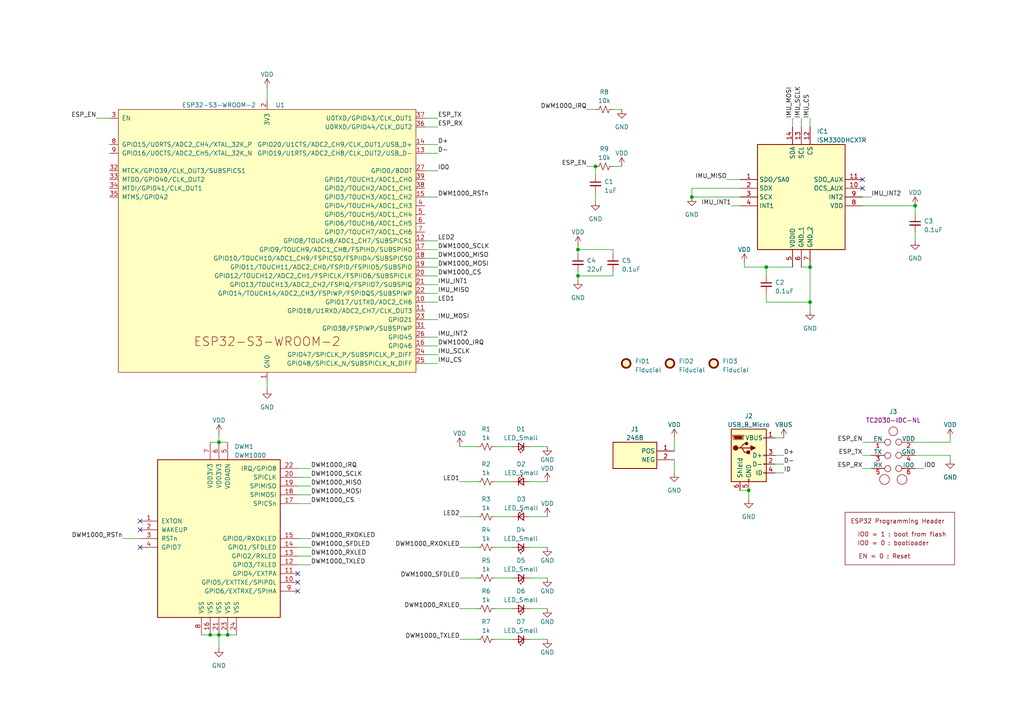
<source format=kicad_sch>
(kicad_sch (version 20230121) (generator eeschema)
  (paper "A4")
  (lib_symbols
    (symbol "Connector:USB_B_Micro" (pin_names (offset 1.016))
      (property "Reference" "J" (at -5.08 11.43 0))
      (property "Value" "USB_B_Micro" (at -5.08 8.89 0))
      (symbol "USB_B_Micro_0_1"
        (rectangle (start -5.08 -7.62) (end 5.08 7.62) (stroke (width 0.254)) (fill (type background)))
        (circle (center -3.81 2.159) (radius 0.635) (stroke (width 0.254)) (fill (type outline)))
        (circle (center -0.635 3.429) (radius 0.381) (stroke (width 0.254)) (fill (type outline)))
        (rectangle (start -0.127 -7.62) (end 0.127 -6.858))
        (polyline (pts (xy -1.905 2.159) (xy 0.635 2.159)) (stroke (width 0.254)))
        (polyline (pts (xy -3.175 2.159) (xy -2.54 2.159) (xy -1.27 3.429) (xy -0.635 3.429)) (stroke (width 0.254)))
        (polyline (pts (xy -2.54 2.159) (xy -1.905 2.159) (xy -1.27 0.889) (xy 0 0.889)) (stroke (width 0.254)))
        (polyline (pts (xy 0.635 2.794) (xy 0.635 1.524) (xy 1.905 2.159) (xy 0.635 2.794)) (stroke (width 0.254)) (fill (type outline)))
        (polyline (pts (xy -4.318 5.588) (xy -1.778 5.588) (xy -2.032 4.826) (xy -4.064 4.826) (xy -4.318 5.588)) (fill (type outline)))
        (polyline (pts (xy -4.699 5.842) (xy -4.699 5.588) (xy -4.445 4.826) (xy -4.445 4.572) (xy -1.651 4.572) (xy -1.651 4.826) (xy -1.397 5.588) (xy -1.397 5.842) (xy -4.699 5.842)))
        (rectangle (start 0.254 1.27) (end -0.508 0.508) (stroke (width 0.254)) (fill (type outline)))
        (rectangle (start 5.08 -5.207) (end 4.318 -4.953))
        (rectangle (start 5.08 -2.667) (end 4.318 -2.413))
        (rectangle (start 5.08 -0.127) (end 4.318 0.127))
        (rectangle (start 5.08 4.953) (end 4.318 5.207))
      )
      (symbol "USB_B_Micro_1_1"
        (pin power_out line (at 7.62 5.08 180) (length 2.54) (name "VBUS") (number "1"))
        (pin bidirectional line (at 7.62 -2.54 180) (length 2.54) (name "D-") (number "2"))
        (pin bidirectional line (at 7.62 0 180) (length 2.54) (name "D+") (number "3"))
        (pin passive line (at 7.62 -5.08 180) (length 2.54) (name "ID") (number "4"))
        (pin power_out line (at 0 -10.16 90) (length 2.54) (name "GND") (number "5"))
        (pin passive line (at -2.54 -10.16 90) (length 2.54) (name "Shield") (number "6"))
      )
    )
    (symbol "Device:C_Small" (pin_numbers hide) (pin_names (offset 0.254) hide)
      (property "Reference" "C" (at 0.254 1.778 0))
      (property "Value" "C_Small" (at 0.254 -2.032 0))
      (symbol "C_Small_0_1"
        (polyline (pts (xy -1.524 -0.508) (xy 1.524 -0.508)) (stroke (width 0.3302)))
        (polyline (pts (xy -1.524 0.508) (xy 1.524 0.508)) (stroke (width 0.3048)))
      )
      (symbol "C_Small_1_1"
        (pin passive line (at 0 2.54 270) (length 2.032) (name "~") (number "1"))
        (pin passive line (at 0 -2.54 90) (length 2.032) (name "~") (number "2"))
      )
    )
    (symbol "Device:LED_Small" (pin_numbers hide) (pin_names (offset 0.254) hide)
      (property "Reference" "D" (at -1.27 3.175 0))
      (property "Value" "LED_Small" (at -4.445 -2.54 0))
      (symbol "LED_Small_0_1"
        (polyline (pts (xy -0.762 -1.016) (xy -0.762 1.016)) (stroke (width 0.254)))
        (polyline (pts (xy 1.016 0) (xy -0.762 0)))
        (polyline (pts (xy 0.762 -1.016) (xy -0.762 0) (xy 0.762 1.016) (xy 0.762 -1.016)) (stroke (width 0.254)))
        (polyline (pts (xy 0 0.762) (xy -0.508 1.27) (xy -0.254 1.27) (xy -0.508 1.27) (xy -0.508 1.016)))
        (polyline (pts (xy 0.508 1.27) (xy 0 1.778) (xy 0.254 1.778) (xy 0 1.778) (xy 0 1.524)))
      )
      (symbol "LED_Small_1_1"
        (pin passive line (at -2.54 0 0) (length 1.778) (name "K") (number "1"))
        (pin passive line (at 2.54 0 180) (length 1.778) (name "A") (number "2"))
      )
    )
    (symbol "Device:R_Small_US" (pin_numbers hide) (pin_names (offset 0.254) hide)
      (property "Reference" "R" (at 0.762 0.508 0))
      (property "Value" "R_Small_US" (at 0.762 -1.016 0))
      (symbol "R_Small_US_1_1"
        (polyline (pts (xy 0 0) (xy 1.016 -0.381) (xy 0 -0.762) (xy -1.016 -1.143) (xy 0 -1.524)))
        (polyline (pts (xy 0 1.524) (xy 1.016 1.143) (xy 0 0.762) (xy -1.016 0.381) (xy 0 0)))
        (pin passive line (at 0 2.54 270) (length 1.016) (name "~") (number "1"))
        (pin passive line (at 0 -2.54 90) (length 1.016) (name "~") (number "2"))
      )
    )
    (symbol "Espressif:ESP32-S3-WROOM-2" (pin_names (offset 1.016))
      (property "Reference" "U1" (at 3.81 39.37 0))
      (property "Value" "ESP32-S3-WROOM-2" (at -13.97 39.37 0))
      (symbol "ESP32-S3-WROOM-2_0_0"
        (text "ESP32-S3-WROOM-2" (at 0 -29.21 0) (effects (font (size 2.54 2.54))))
        (pin power_in line (at 0 -40.64 90) (length 2.54) (name "GND") (number "1"))
        (pin bidirectional line (at 45.72 -17.78 180) (length 2.54) (name "GPIO17/U1TXD/ADC2_CH6") (number "10"))
        (pin bidirectional line (at 45.72 -20.32 180) (length 2.54) (name "GPIO18/U1RXD/ADC2_CH7/CLK_OUT3") (number "11"))
        (pin bidirectional line (at 45.72 0 180) (length 2.54) (name "GPIO8/TOUCH8/ADC1_CH7/SUBSPICS1") (number "12"))
        (pin bidirectional line (at 45.72 25.4 180) (length 2.54) (name "GPIO19/U1RTS/ADC2_CH8/CLK_OUT2/USB_D-") (number "13"))
        (pin bidirectional line (at 45.72 27.94 180) (length 2.54) (name "GPIO20/U1CTS/ADC2_CH9/CLK_OUT1/USB_D+") (number "14"))
        (pin bidirectional line (at 45.72 12.7 180) (length 2.54) (name "GPIO3/TOUCH3/ADC1_CH2") (number "15"))
        (pin bidirectional line (at 45.72 -30.48 180) (length 2.54) (name "GPIO46") (number "16"))
        (pin bidirectional line (at 45.72 -2.54 180) (length 2.54) (name "GPIO9/TOUCH9/ADC1_CH8/FSPIHD/SUBSPIHD") (number "17"))
        (pin bidirectional line (at 45.72 -5.08 180) (length 2.54) (name "GPIO10/TOUCH10/ADC1_CH9/FSPICS0/FSPIIO4/SUBSPICS0") (number "18"))
        (pin bidirectional line (at 45.72 -7.62 180) (length 2.54) (name "GPIO11/TOUCH11/ADC2_CH0/FSPID/FSPIIO5/SUBSPID") (number "19"))
        (pin power_in line (at 0 40.64 270) (length 2.54) (name "3V3") (number "2"))
        (pin bidirectional line (at 45.72 -10.16 180) (length 2.54) (name "GPIO12/TOUCH12/ADC2_CH1/FSPICLK/FSPIIO6/SUBSPICLK") (number "20"))
        (pin bidirectional line (at 45.72 -12.7 180) (length 2.54) (name "GPIO13/TOUCH13/ADC2_CH2/FSPIQ/FSPIIO7/SUBSPIQ") (number "21"))
        (pin bidirectional line (at 45.72 -15.24 180) (length 2.54) (name "GPIO14/TOUCH14/ADC2_CH3/FSPIWP/FSPIDQS/SUBSPIWP") (number "22"))
        (pin bidirectional line (at 45.72 -22.86 180) (length 2.54) (name "GPIO21") (number "23"))
        (pin bidirectional line (at 45.72 -33.02 180) (length 2.54) (name "GPIO47/SPICLK_P/SUBSPICLK_P_DIFF") (number "24"))
        (pin bidirectional line (at 45.72 -35.56 180) (length 2.54) (name "GPIO48/SPICLK_N/SUBSPICLK_N_DIFF") (number "25"))
        (pin bidirectional line (at 45.72 -27.94 180) (length 2.54) (name "GPIO45") (number "26"))
        (pin bidirectional line (at 45.72 20.32 180) (length 2.54) (name "GPIO0/BOOT") (number "27"))
        (pin no_connect line (at -43.18 -35.56 0) (length 2.54) hide (name "NC") (number "28"))
        (pin no_connect line (at -43.18 -33.02 0) (length 2.54) hide (name "NC") (number "29"))
        (pin input line (at -45.72 35.56 0) (length 2.54) (name "EN") (number "3"))
        (pin no_connect line (at -43.18 -30.48 0) (length 2.54) hide (name "NC") (number "30"))
        (pin bidirectional line (at 45.72 -25.4 180) (length 2.54) (name "GPIO38/FSPIWP/SUBSPIWP") (number "31"))
        (pin bidirectional line (at -45.72 20.32 0) (length 2.54) (name "MTCK/GPIO39/CLK_OUT3/SUBSPICS1") (number "32"))
        (pin bidirectional line (at -45.72 17.78 0) (length 2.54) (name "MTDO/GPIO40/CLK_OUT2") (number "33"))
        (pin bidirectional line (at -45.72 15.24 0) (length 2.54) (name "MTDI/GPIO41/CLK_OUT1") (number "34"))
        (pin bidirectional line (at -45.72 12.7 0) (length 2.54) (name "MTMS/GPIO42") (number "35"))
        (pin bidirectional line (at 45.72 33.02 180) (length 2.54) (name "U0RXD/GPIO44/CLK_OUT2") (number "36"))
        (pin bidirectional line (at 45.72 35.56 180) (length 2.54) (name "U0TXD/GPIO43/CLK_OUT1") (number "37"))
        (pin bidirectional line (at 45.72 15.24 180) (length 2.54) (name "GPIO2/TOUCH2/ADC1_CH1") (number "38"))
        (pin bidirectional line (at 45.72 17.78 180) (length 2.54) (name "GPIO1/TOUCH1/ADC1_CH0") (number "39"))
        (pin bidirectional line (at 45.72 10.16 180) (length 2.54) (name "GPIO4/TOUCH4/ADC1_CH3") (number "4"))
        (pin passive line (at 0 -40.64 90) (length 2.54) hide (name "GND") (number "40"))
        (pin passive line (at 0 -40.64 90) (length 2.54) hide (name "GND") (number "41"))
        (pin bidirectional line (at 45.72 7.62 180) (length 2.54) (name "GPIO5/TOUCH5/ADC1_CH4") (number "5"))
        (pin bidirectional line (at 45.72 5.08 180) (length 2.54) (name "GPIO6/TOUCH6/ADC1_CH5") (number "6"))
        (pin bidirectional line (at 45.72 2.54 180) (length 2.54) (name "GPIO7/TOUCH7/ADC1_CH6") (number "7"))
        (pin bidirectional line (at -45.72 27.94 0) (length 2.54) (name "GPIO15/U0RTS/ADC2_CH4/XTAL_32K_P") (number "8"))
        (pin bidirectional line (at -45.72 25.4 0) (length 2.54) (name "GPIO16/U0CTS/ADC2_CH5/XTAL_32K_N") (number "9"))
      )
      (symbol "ESP32-S3-WROOM-2_0_1"
        (rectangle (start -43.18 38.1) (end 43.18 -38.1) (fill (type background)))
      )
    )
    (symbol "ISM330DHCXTR:ISM330DHCXTR"
      (property "Reference" "IC" (at 31.75 15.24 0))
      (property "Value" "ISM330DHCXTR" (at 31.75 12.7 0))
      (symbol "ISM330DHCXTR_1_1"
        (rectangle (start 5.08 10.16) (end 30.48 -20.32) (stroke (width 0.254)) (fill (type background)))
        (pin passive line (at 0 0 0) (length 5.08) (name "SDO/SA0") (number "1"))
        (pin passive line (at 35.56 -2.54 180) (length 5.08) (name "OCS_AUX") (number "10"))
        (pin passive line (at 35.56 0 180) (length 5.08) (name "SDO_AUX") (number "11"))
        (pin passive line (at 20.32 15.24 270) (length 5.08) (name "CS") (number "12"))
        (pin passive line (at 17.78 15.24 270) (length 5.08) (name "SCL") (number "13"))
        (pin passive line (at 15.24 15.24 270) (length 5.08) (name "SDA") (number "14"))
        (pin passive line (at 0 -2.54 0) (length 5.08) (name "SDX") (number "2"))
        (pin passive line (at 0 -5.08 0) (length 5.08) (name "SCX") (number "3"))
        (pin passive line (at 0 -7.62 0) (length 5.08) (name "INT1") (number "4"))
        (pin passive line (at 15.24 -25.4 90) (length 5.08) (name "VDDIO") (number "5"))
        (pin passive line (at 17.78 -25.4 90) (length 5.08) (name "GND_1") (number "6"))
        (pin passive line (at 20.32 -25.4 90) (length 5.08) (name "GND_2") (number "7"))
        (pin passive line (at 35.56 -7.62 180) (length 5.08) (name "VDD") (number "8"))
        (pin passive line (at 35.56 -5.08 180) (length 5.08) (name "INT2") (number "9"))
      )
    )
    (symbol "Keystone 2468:2468"
      (property "Reference" "J" (at 19.05 7.62 0))
      (property "Value" "2468" (at 19.05 5.08 0))
      (symbol "2468_1_1"
        (rectangle (start 5.08 2.54) (end 17.78 -5.08) (stroke (width 0.254)) (fill (type background)))
        (pin passive line (at 0 -2.54 0) (length 5.08) (name "POS") (number "1"))
        (pin passive line (at 0 0 0) (length 5.08) (name "NEG") (number "2"))
      )
    )
    (symbol "Mechanical:Fiducial"
      (property "Reference" "FID" (at 0 5.08 0))
      (property "Value" "Fiducial" (at 0 3.175 0))
      (symbol "Fiducial_0_1"
        (circle (center 0 0) (radius 1.27) (stroke (width 0.508)) (fill (type background)))
      )
    )
    (symbol "RF_Module:DWM1000" (pin_names (offset 1.016))
      (property "Reference" "DWM" (at 7.62 25.4 0))
      (property "Value" "DWM1000" (at 1.27 3.81 0))
      (symbol "DWM1000_0_1"
        (rectangle (start 17.78 22.86) (end -17.78 -22.86) (stroke (width 0.254)) (fill (type background)))
      )
      (symbol "DWM1000_1_1"
        (pin output line (at -22.86 5.08 0) (length 5.08) (name "EXTON") (number "1"))
        (pin bidirectional line (at 22.86 -12.7 180) (length 5.08) (name "GPIO5/EXTTXE/SPIPOL") (number "10"))
        (pin bidirectional line (at 22.86 -10.16 180) (length 5.08) (name "GPIO4/EXTPA") (number "11"))
        (pin bidirectional line (at 22.86 -7.62 180) (length 5.08) (name "GPIO3/TXLED") (number "12"))
        (pin bidirectional line (at 22.86 -5.08 180) (length 5.08) (name "GPIO2/RXLED") (number "13"))
        (pin bidirectional line (at 22.86 -2.54 180) (length 5.08) (name "GPIO1/SFDLED") (number "14"))
        (pin bidirectional line (at 22.86 0 180) (length 5.08) (name "GPIO0/RXOKLED") (number "15"))
        (pin power_in line (at -2.54 -27.94 90) (length 5.08) (name "VSS") (number "16"))
        (pin input line (at 22.86 10.16 180) (length 5.08) (name "SPICSn") (number "17"))
        (pin input line (at 22.86 12.7 180) (length 5.08) (name "SPIMOSI") (number "18"))
        (pin output line (at 22.86 15.24 180) (length 5.08) (name "SPIMISO") (number "19"))
        (pin bidirectional line (at -22.86 2.54 0) (length 5.08) (name "WAKEUP") (number "2"))
        (pin input line (at 22.86 17.78 180) (length 5.08) (name "SPICLK") (number "20"))
        (pin power_in line (at 0 -27.94 90) (length 5.08) (name "VSS") (number "21"))
        (pin bidirectional line (at 22.86 20.32 180) (length 5.08) (name "IRQ/GPIO8") (number "22"))
        (pin power_in line (at 2.54 -27.94 90) (length 5.08) (name "VSS") (number "23"))
        (pin power_in line (at 5.08 -27.94 90) (length 5.08) (name "VSS") (number "24"))
        (pin bidirectional line (at -22.86 0 0) (length 5.08) (name "RSTn") (number "3"))
        (pin bidirectional line (at -22.86 -2.54 0) (length 5.08) (name "GPIO7") (number "4"))
        (pin power_in line (at 2.54 27.94 270) (length 5.08) (name "VDDAON") (number "5"))
        (pin power_in line (at 0 27.94 270) (length 5.08) (name "VDD3V3") (number "6"))
        (pin power_in line (at -2.54 27.94 270) (length 5.08) (name "VDD3V3") (number "7"))
        (pin power_in line (at -5.08 -27.94 90) (length 5.08) (name "VSS") (number "8"))
        (pin bidirectional line (at 22.86 -15.24 180) (length 5.08) (name "GPIO6/EXTRXE/SPIHA") (number "9"))
      )
    )
    (symbol "forget-me-not:TC2030-IDC-NL_ESP" (pin_names (offset 0))
      (property "Reference" "J" (at 0 -10.16 0))
      (property "Connector" "TC2030-IDC-NL" (at 0 -12.7 0))
      (symbol "TC2030-IDC-NL_ESP_0_0"
        (rectangle (start -13.97 -16.51) (end 17.78 -31.75))
        (text "EN = 0 : Reset" (at -2.54 -29.21 0) (effects (font (size 1.27 1.27))))
        (text "ESP32 Programming Header" (at 1.27 -19.05 0) (effects (font (size 1.27 1.27))))
        (text "IO0 = 0 : bootloader" (at 0 -25.4 0) (effects (font (size 1.27 1.27))))
        (text "IO0 = 1 : boot from flash" (at 2.54 -22.86 0) (effects (font (size 1.27 1.27))))
      )
      (symbol "TC2030-IDC-NL_ESP_0_1"
        (circle (center -2.54 -6.985) (radius 1.4224))
        (circle (center -1.6002 3.81) (radius 0.889))
        (circle (center 0 6.985) (radius 1.27))
      )
      (symbol "TC2030-IDC-NL_ESP_1_1"
        (circle (center -1.6002 -3.8608) (radius 0.889))
        (circle (center -1.6002 -0.0508) (radius 0.889))
        (circle (center 1.6002 -3.81) (radius 0.889))
        (circle (center 1.6002 0) (radius 0.889))
        (circle (center 1.6002 3.8608) (radius 0.889))
        (circle (center 2.54 -6.985) (radius 1.4224))
        (pin passive line (at -6.35 3.81 0) (length 3.81) (name "EN") (number "1"))
        (pin passive line (at 6.35 3.81 180) (length 3.81) (name "VDD") (number "2"))
        (pin passive line (at -6.35 0 0) (length 3.81) (name "TX") (number "3"))
        (pin passive line (at 6.35 0 180) (length 3.81) (name "GND") (number "4"))
        (pin passive line (at -6.35 -3.81 0) (length 3.81) (name "RX") (number "5"))
        (pin passive line (at 6.35 -3.81 180) (length 3.81) (name "IO0") (number "6"))
      )
    )
    (symbol "power:GND" (power) (pin_names (offset 0))
      (property "Value" "GND" (at 0 -3.81 0))
      (symbol "GND_0_1"
        (polyline (pts (xy 0 0) (xy 0 -1.27) (xy 1.27 -1.27) (xy 0 -2.54) (xy -1.27 -1.27) (xy 0 -1.27)))
      )
      (symbol "GND_1_1"
        (pin power_in line (at 0 0 270) (length 0) hide (name "GND") (number "1"))
      )
    )
    (symbol "power:VBUS" (power) (pin_names (offset 0))
      (property "Value" "VBUS" (at 0 3.81 0))
      (symbol "VBUS_0_1"
        (polyline (pts (xy -0.762 1.27) (xy 0 2.54)))
        (polyline (pts (xy 0 0) (xy 0 2.54)))
        (polyline (pts (xy 0 2.54) (xy 0.762 1.27)))
      )
      (symbol "VBUS_1_1"
        (pin power_in line (at 0 0 90) (length 0) hide (name "VBUS") (number "1"))
      )
    )
    (symbol "power:VDD" (power) (pin_names (offset 0))
      (property "Value" "VDD" (at 0 3.81 0))
      (symbol "VDD_0_1"
        (polyline (pts (xy -0.762 1.27) (xy 0 2.54)))
        (polyline (pts (xy 0 0) (xy 0 2.54)))
        (polyline (pts (xy 0 2.54) (xy 0.762 1.27)))
      )
      (symbol "VDD_1_1"
        (pin power_in line (at 0 0 90) (length 0) hide (name "VDD") (number "1"))
      )
    )
  )
  (junction (at 167.64 80.01))
  (junction (at 63.5 184.15))
  (junction (at 222.25 77.47))
  (junction (at 200.66 57.15))
  (junction (at 167.64 72.39))
  (junction (at 234.95 77.47))
  (junction (at 234.95 87.63))
  (junction (at 60.96 184.15))
  (junction (at 217.17 142.24))
  (junction (at 172.72 48.26))
  (junction (at 66.04 184.15))
  (junction (at 63.5 128.27))
  (junction (at 265.43 59.69))
  (no_connect (at 40.64 151.13))
  (no_connect (at 86.36 171.45))
  (no_connect (at 86.36 166.37))
  (no_connect (at 40.64 153.67))
  (no_connect (at 250.19 54.61))
  (no_connect (at 250.19 52.07))
  (no_connect (at 86.36 168.91))
  (no_connect (at 40.64 158.75))
  (wire (pts (xy 200.66 57.15) (xy 214.63 57.15)))
  (wire (pts (xy 133.35 158.75) (xy 138.43 158.75)))
  (wire (pts (xy 222.25 77.47) (xy 222.25 80.01)))
  (wire (pts (xy 60.96 128.27) (xy 63.5 128.27)))
  (wire (pts (xy 27.94 34.29) (xy 31.75 34.29)))
  (wire (pts (xy 275.59 128.27) (xy 275.59 127)))
  (wire (pts (xy 63.5 184.15) (xy 63.5 187.96)))
  (wire (pts (xy 210.82 52.07) (xy 214.63 52.07)))
  (wire (pts (xy 153.67 176.53) (xy 158.75 176.53)))
  (wire (pts (xy 265.43 67.31) (xy 265.43 69.85)))
  (wire (pts (xy 170.18 31.75) (xy 172.72 31.75)))
  (wire (pts (xy 123.19 34.29) (xy 127 34.29)))
  (wire (pts (xy 195.58 127) (xy 195.58 130.81)))
  (wire (pts (xy 215.9 77.47) (xy 215.9 76.2)))
  (wire (pts (xy 123.19 97.79) (xy 127 97.79)))
  (wire (pts (xy 143.51 129.54) (xy 148.59 129.54)))
  (wire (pts (xy 143.51 167.64) (xy 148.59 167.64)))
  (wire (pts (xy 153.67 167.64) (xy 158.75 167.64)))
  (wire (pts (xy 86.36 146.05) (xy 90.17 146.05)))
  (wire (pts (xy 123.19 87.63) (xy 127 87.63)))
  (wire (pts (xy 172.72 50.8) (xy 172.72 48.26)))
  (wire (pts (xy 123.19 41.91) (xy 127 41.91)))
  (wire (pts (xy 86.36 138.43) (xy 90.17 138.43)))
  (wire (pts (xy 177.8 31.75) (xy 180.34 31.75)))
  (wire (pts (xy 123.19 100.33) (xy 127 100.33)))
  (wire (pts (xy 229.87 34.29) (xy 229.87 36.83)))
  (wire (pts (xy 58.42 184.15) (xy 60.96 184.15)))
  (wire (pts (xy 224.79 127) (xy 227.33 127)))
  (wire (pts (xy 63.5 125.73) (xy 63.5 128.27)))
  (wire (pts (xy 265.43 128.27) (xy 275.59 128.27)))
  (wire (pts (xy 123.19 74.93) (xy 127 74.93)))
  (wire (pts (xy 86.36 156.21) (xy 90.17 156.21)))
  (wire (pts (xy 123.19 36.83) (xy 127 36.83)))
  (wire (pts (xy 77.47 25.4) (xy 77.47 29.21)))
  (wire (pts (xy 177.8 80.01) (xy 177.8 78.74)))
  (wire (pts (xy 167.64 80.01) (xy 167.64 81.28)))
  (wire (pts (xy 66.04 184.15) (xy 68.58 184.15)))
  (wire (pts (xy 133.35 176.53) (xy 138.43 176.53)))
  (wire (pts (xy 63.5 128.27) (xy 66.04 128.27)))
  (wire (pts (xy 170.18 48.26) (xy 172.72 48.26)))
  (wire (pts (xy 153.67 158.75) (xy 158.75 158.75)))
  (wire (pts (xy 123.19 49.53) (xy 127 49.53)))
  (wire (pts (xy 143.51 158.75) (xy 148.59 158.75)))
  (wire (pts (xy 234.95 77.47) (xy 232.41 77.47)))
  (wire (pts (xy 86.36 163.83) (xy 90.17 163.83)))
  (wire (pts (xy 250.19 135.89) (xy 252.73 135.89)))
  (wire (pts (xy 167.64 80.01) (xy 177.8 80.01)))
  (wire (pts (xy 123.19 92.71) (xy 127 92.71)))
  (wire (pts (xy 123.19 69.85) (xy 127 69.85)))
  (wire (pts (xy 143.51 176.53) (xy 148.59 176.53)))
  (wire (pts (xy 224.79 137.16) (xy 227.33 137.16)))
  (wire (pts (xy 224.79 134.62) (xy 227.33 134.62)))
  (wire (pts (xy 77.47 110.49) (xy 77.47 113.03)))
  (wire (pts (xy 214.63 54.61) (xy 200.66 54.61)))
  (wire (pts (xy 250.19 128.27) (xy 252.73 128.27)))
  (wire (pts (xy 167.64 80.01) (xy 167.64 78.74)))
  (wire (pts (xy 133.35 149.86) (xy 138.43 149.86)))
  (wire (pts (xy 215.9 77.47) (xy 222.25 77.47)))
  (wire (pts (xy 133.35 129.54) (xy 138.43 129.54)))
  (wire (pts (xy 123.19 44.45) (xy 127 44.45)))
  (wire (pts (xy 133.35 139.7) (xy 138.43 139.7)))
  (wire (pts (xy 153.67 139.7) (xy 158.75 139.7)))
  (wire (pts (xy 222.25 87.63) (xy 234.95 87.63)))
  (wire (pts (xy 234.95 34.29) (xy 234.95 36.83)))
  (wire (pts (xy 250.19 132.08) (xy 252.73 132.08)))
  (wire (pts (xy 250.19 59.69) (xy 265.43 59.69)))
  (wire (pts (xy 123.19 82.55) (xy 127 82.55)))
  (wire (pts (xy 222.25 85.09) (xy 222.25 87.63)))
  (wire (pts (xy 86.36 158.75) (xy 90.17 158.75)))
  (wire (pts (xy 86.36 143.51) (xy 90.17 143.51)))
  (wire (pts (xy 265.43 59.69) (xy 265.43 62.23)))
  (wire (pts (xy 143.51 185.42) (xy 148.59 185.42)))
  (wire (pts (xy 123.19 105.41) (xy 127 105.41)))
  (wire (pts (xy 86.36 140.97) (xy 90.17 140.97)))
  (wire (pts (xy 250.19 57.15) (xy 252.73 57.15)))
  (wire (pts (xy 167.64 72.39) (xy 167.64 73.66)))
  (wire (pts (xy 153.67 129.54) (xy 158.75 129.54)))
  (wire (pts (xy 153.67 149.86) (xy 158.75 149.86)))
  (wire (pts (xy 224.79 132.08) (xy 227.33 132.08)))
  (wire (pts (xy 123.19 85.09) (xy 127 85.09)))
  (wire (pts (xy 153.67 185.42) (xy 158.75 185.42)))
  (wire (pts (xy 167.64 71.12) (xy 167.64 72.39)))
  (wire (pts (xy 265.43 135.89) (xy 267.97 135.89)))
  (wire (pts (xy 212.09 59.69) (xy 214.63 59.69)))
  (wire (pts (xy 177.8 48.26) (xy 180.34 48.26)))
  (wire (pts (xy 123.19 57.15) (xy 127 57.15)))
  (wire (pts (xy 167.64 72.39) (xy 177.8 72.39)))
  (wire (pts (xy 86.36 135.89) (xy 90.17 135.89)))
  (wire (pts (xy 222.25 77.47) (xy 229.87 77.47)))
  (wire (pts (xy 123.19 77.47) (xy 127 77.47)))
  (wire (pts (xy 123.19 72.39) (xy 127 72.39)))
  (wire (pts (xy 195.58 133.35) (xy 195.58 137.16)))
  (wire (pts (xy 217.17 142.24) (xy 217.17 144.78)))
  (wire (pts (xy 63.5 184.15) (xy 66.04 184.15)))
  (wire (pts (xy 133.35 167.64) (xy 138.43 167.64)))
  (wire (pts (xy 123.19 102.87) (xy 127 102.87)))
  (wire (pts (xy 143.51 139.7) (xy 148.59 139.7)))
  (wire (pts (xy 35.56 156.21) (xy 40.64 156.21)))
  (wire (pts (xy 123.19 80.01) (xy 127 80.01)))
  (wire (pts (xy 60.96 184.15) (xy 63.5 184.15)))
  (wire (pts (xy 86.36 161.29) (xy 90.17 161.29)))
  (wire (pts (xy 214.63 142.24) (xy 217.17 142.24)))
  (wire (pts (xy 172.72 55.88) (xy 172.72 58.42)))
  (wire (pts (xy 200.66 54.61) (xy 200.66 57.15)))
  (wire (pts (xy 143.51 149.86) (xy 148.59 149.86)))
  (wire (pts (xy 177.8 72.39) (xy 177.8 73.66)))
  (wire (pts (xy 232.41 34.29) (xy 232.41 36.83)))
  (wire (pts (xy 234.95 77.47) (xy 234.95 87.63)))
  (wire (pts (xy 133.35 185.42) (xy 138.43 185.42)))
  (wire (pts (xy 275.59 132.08) (xy 265.43 132.08)))
  (wire (pts (xy 234.95 87.63) (xy 234.95 90.17)))
  (wire (pts (xy 275.59 132.08) (xy 275.59 133.35)))
  (label "LED1" (at 133.35 139.7 180))
  (label "IMU_MISO" (at 127 85.09 0))
  (label "D-" (at 127 44.45 0))
  (label "IMU_MOSI" (at 127 92.71 0))
  (label "DWM1000_CS" (at 127 80.01 0))
  (label "IMU_INT2" (at 127 97.79 0))
  (label "DWM1000_RXOKLED" (at 90.17 156.21 0))
  (label "ESP_EN" (at 250.19 128.27 180))
  (label "DWM1000_SCLK" (at 127 72.39 0))
  (label "ID" (at 227.33 137.16 0))
  (label "IMU_CS" (at 234.95 34.29 90))
  (label "IMU_INT2" (at 252.73 57.15 0))
  (label "D+" (at 127 41.91 0))
  (label "D-" (at 227.33 134.62 0))
  (label "DWM1000_RXOKLED" (at 133.35 158.75 180))
  (label "DWM1000_TXLED" (at 133.35 185.42 180))
  (label "ESP_EN" (at 170.18 48.26 180))
  (label "DWM1000_RSTn" (at 35.56 156.21 180))
  (label "DWM1000_TXLED" (at 90.17 163.83 0))
  (label "LED2" (at 127 69.85 0))
  (label "IMU_MISO" (at 210.82 52.07 180))
  (label "D+" (at 227.33 132.08 0))
  (label "DWM1000_SCLK" (at 90.17 138.43 0))
  (label "IO0" (at 267.97 135.89 0))
  (label "DWM1000_CS" (at 90.17 146.05 0))
  (label "ESP_TX" (at 250.19 132.08 180))
  (label "DWM1000_SFDLED" (at 133.35 167.64 180))
  (label "LED2" (at 133.35 149.86 180))
  (label "IMU_CS" (at 127 105.41 0))
  (label "LED1" (at 127 87.63 0))
  (label "DWM1000_RXLED" (at 133.35 176.53 180))
  (label "DWM1000_MOSI" (at 90.17 143.51 0))
  (label "IMU_INT1" (at 127 82.55 0))
  (label "DWM1000_MISO" (at 90.17 140.97 0))
  (label "DWM1000_SFDLED" (at 90.17 158.75 0))
  (label "IMU_SCLK" (at 232.41 34.29 90))
  (label "DWM1000_IRQ" (at 170.18 31.75 180))
  (label "DWM1000_MISO" (at 127 74.93 0))
  (label "DWM1000_IRQ" (at 127 100.33 0))
  (label "ESP_EN" (at 27.94 34.29 180))
  (label "ESP_TX" (at 127 34.29 0))
  (label "DWM1000_MOSI" (at 127 77.47 0))
  (label "DWM1000_RSTn" (at 127 57.15 0))
  (label "ESP_RX" (at 250.19 135.89 180))
  (label "DWM1000_IRQ" (at 90.17 135.89 0))
  (label "IO0" (at 127 49.53 0))
  (label "ESP_RX" (at 127 36.83 0))
  (label "IMU_SCLK" (at 127 102.87 0))
  (label "IMU_INT1" (at 212.09 59.69 180))
  (label "IMU_MOSI" (at 229.87 34.29 90))
  (label "DWM1000_RXLED" (at 90.17 161.29 0))
  (symbol (lib_id "Device:LED_Small") (at 151.13 129.54 180) (unit 1)
    (property "Reference" "D1" (at 151.0665 124.46 0))
    (property "Value" "LED_Small" (at 151.0665 127 0))
    (property "Footprint" "LED_SMD:LED_0603_1608Metric" (effects hide))
  )
  (symbol (lib_id "power:GND") (at 172.72 58.42 0) (unit 1)
    (property "Reference" "#PWR015" (effects hide))
    (property "Value" "GND" (at 172.72 63.5 0))
  )
  (symbol (lib_id "power:GND") (at 158.75 185.42 0) (unit 1)
    (property "Reference" "#PWR012" (effects hide))
    (property "Value" "GND" (at 158.75 189.23 0))
  )
  (symbol (lib_id "power:VDD") (at 195.58 127 0) (unit 1)
    (property "Reference" "#PWR016" (effects hide))
    (property "Value" "VDD" (at 195.58 123.19 0))
  )
  (symbol (lib_id "Device:LED_Small") (at 151.13 149.86 0) (unit 1)
    (property "Reference" "D3" (at 151.1935 144.78 0))
    (property "Value" "LED_Small" (at 151.1935 147.32 0))
    (property "Footprint" "LED_SMD:LED_0603_1608Metric" (effects hide))
  )
  (symbol (lib_id "Device:C_Small") (at 265.43 64.77 0) (unit 1)
    (property "Reference" "C3" (at 267.97 64.1413 0) (effects (justify left)))
    (property "Value" "0.1uF" (at 267.97 66.6813 0) (effects (justify left)))
    (property "Footprint" "Capacitor_SMD:C_0603_1608Metric" (effects hide))
  )
  (symbol (lib_id "power:VDD") (at 158.75 149.86 0) (unit 1)
    (property "Reference" "#PWR08" (effects hide))
    (property "Value" "VDD" (at 158.75 146.05 0))
  )
  (symbol (lib_id "Device:R_Small_US") (at 140.97 158.75 90) (unit 1)
    (property "Reference" "R4" (at 140.97 153.67 90))
    (property "Value" "1k" (at 140.97 156.21 90))
    (property "Footprint" "Resistor_SMD:R_0603_1608Metric" (effects hide))
  )
  (symbol (lib_id "Device:R_Small_US") (at 140.97 176.53 90) (unit 1)
    (property "Reference" "R6" (at 140.97 171.45 90))
    (property "Value" "1k" (at 140.97 173.99 90))
    (property "Footprint" "Resistor_SMD:R_0603_1608Metric" (effects hide))
  )
  (symbol (lib_id "power:GND") (at 77.47 113.03 0) (unit 1)
    (property "Reference" "#PWR04" (effects hide))
    (property "Value" "GND" (at 77.47 118.11 0))
  )
  (symbol (lib_id "RF_Module:DWM1000") (at 63.5 156.21 0) (unit 1)
    (property "Reference" "DWM1" (at 67.9959 129.54 0) (effects (justify left)))
    (property "Value" "DWM1000" (at 67.9959 132.08 0) (effects (justify left)))
    (property "Footprint" "RF_Module:DWM1000" (effects hide))
    (property "Datasheet" "https://www.decawave.com/sites/default/files/resources/dwm1000-datasheet-v1.3.pdf" (effects hide))
  )
  (symbol (lib_id "Mechanical:Fiducial") (at 207.01 105.41 0) (unit 1)
    (property "Reference" "FID3" (at 209.55 104.775 0) (effects (justify left)))
    (property "Value" "Fiducial" (at 209.55 107.315 0) (effects (justify left)))
    (property "Footprint" "Fiducial:Fiducial_0.5mm_Mask1mm" (effects hide))
  )
  (symbol (lib_id "Device:R_Small_US") (at 175.26 31.75 90) (unit 1)
    (property "Reference" "R8" (at 175.26 26.67 90))
    (property "Value" "10k" (at 175.26 29.21 90))
    (property "Footprint" "Resistor_SMD:R_0603_1608Metric" (effects hide))
  )
  (symbol (lib_id "power:GND") (at 180.34 31.75 0) (unit 1)
    (property "Reference" "#PWR014" (effects hide))
    (property "Value" "GND" (at 180.34 36.83 0))
  )
  (symbol (lib_id "Device:R_Small_US") (at 140.97 129.54 90) (unit 1)
    (property "Reference" "R1" (at 140.97 124.46 90))
    (property "Value" "1k" (at 140.97 127 90))
    (property "Footprint" "Resistor_SMD:R_0603_1608Metric" (effects hide))
  )
  (symbol (lib_id "power:VDD") (at 158.75 139.7 0) (unit 1)
    (property "Reference" "#PWR07" (effects hide))
    (property "Value" "VDD" (at 158.75 135.89 0))
  )
  (symbol (lib_id "Keystone 2468:2468") (at 195.58 133.35 180) (unit 1)
    (property "Reference" "J1" (at 184.15 124.46 0))
    (property "Value" "2468" (at 184.15 127 0))
    (property "Footprint" "2468" (effects hide))
    (property "Datasheet" "https://datasheet.datasheetarchive.com/originals/distributors/Datasheets-AE/DSA3AE00005.pdf" (effects hide))
    (property "Mouser Part Number" "534-2468" (effects hide))
    (property "Mouser Price/Stock" "https://www.mouser.co.uk/ProductDetail/Keystone-Electronics/2468?qs=3CbvriavsLAoISGi3MywrQ%3D%3D" (effects hide))
    (property "Manufacturer_Name" "Keystone Electronics" (effects hide))
    (property "Manufacturer_Part_Number" "2468" (effects hide))
  )
  (symbol (lib_id "power:VDD") (at 265.43 59.69 0) (unit 1)
    (property "Reference" "#PWR023" (effects hide))
    (property "Value" "VDD" (at 265.43 55.88 0))
  )
  (symbol (lib_id "power:VDD") (at 63.5 125.73 0) (unit 1)
    (property "Reference" "#PWR01" (effects hide))
    (property "Value" "VDD" (at 63.5 121.92 0))
  )
  (symbol (lib_id "Device:C_Small") (at 177.8 76.2 0) (unit 1)
    (property "Reference" "C5" (at 180.34 75.5713 0) (effects (justify left)))
    (property "Value" "0.1uF" (at 180.34 78.1113 0) (effects (justify left)))
    (property "Footprint" "Capacitor_SMD:C_0603_1608Metric" (effects hide))
  )
  (symbol (lib_id "Device:R_Small_US") (at 140.97 139.7 90) (unit 1)
    (property "Reference" "R2" (at 140.97 134.62 90))
    (property "Value" "1k" (at 140.97 137.16 90))
    (property "Footprint" "Resistor_SMD:R_0603_1608Metric" (effects hide))
  )
  (symbol (lib_id "power:GND") (at 158.75 158.75 0) (unit 1)
    (property "Reference" "#PWR09" (effects hide))
    (property "Value" "GND" (at 158.75 162.56 0))
  )
  (symbol (lib_id "power:VDD") (at 275.59 127 0) (unit 1)
    (property "Reference" "#PWR025" (effects hide))
    (property "Value" "VDD" (at 275.59 123.19 0))
  )
  (symbol (lib_id "Device:LED_Small") (at 151.13 167.64 180) (unit 1)
    (property "Reference" "D5" (at 151.0665 162.56 0))
    (property "Value" "LED_Small" (at 151.0665 165.1 0))
    (property "Footprint" "LED_SMD:LED_0603_1608Metric" (effects hide))
  )
  (symbol (lib_id "power:GND") (at 158.75 167.64 0) (unit 1)
    (property "Reference" "#PWR010" (effects hide))
    (property "Value" "GND" (at 158.75 171.45 0))
  )
  (symbol (lib_id "Device:C_Small") (at 172.72 53.34 0) (unit 1)
    (property "Reference" "C1" (at 175.26 52.7113 0) (effects (justify left)))
    (property "Value" "1uF" (at 175.26 55.2513 0) (effects (justify left)))
    (property "Footprint" "Capacitor_SMD:C_0805_2012Metric" (effects hide))
  )
  (symbol (lib_id "forget-me-not:TC2030-IDC-NL_ESP") (at 259.08 132.08 0) (unit 1)
    (property "Reference" "J3" (at 259.08 119.38 0))
    (property "Value" "TC2030-IDC-NL_ESP" (effects hide))
    (property "Footprint" "forget-me-not:Tag-Connect_TC2030-IDC-NL_2x03_P1.27mm_Vertical" (effects hide))
    (property "Datasheet" "https://www.tag-connect.com/wp-content/uploads/bsk-pdf-manager/2019/12/TC2030-IDC-NL-Datasheet-Rev-B.pdf" (effects hide))
    (property "Connector" "TC2030-IDC-NL" (at 259.08 121.92 0))
  )
  (symbol (lib_id "power:GND") (at 234.95 90.17 0) (unit 1)
    (property "Reference" "#PWR022" (effects hide))
    (property "Value" "GND" (at 234.95 95.25 0))
  )
  (symbol (lib_id "Device:LED_Small") (at 151.13 158.75 180) (unit 1)
    (property "Reference" "D4" (at 151.0665 153.67 0))
    (property "Value" "LED_Small" (at 151.0665 156.21 0))
    (property "Footprint" "LED_SMD:LED_0603_1608Metric" (effects hide))
  )
  (symbol (lib_id "power:VBUS") (at 227.33 127 0) (unit 1)
    (property "Reference" "#PWR021" (effects hide))
    (property "Value" "VBUS" (at 227.33 123.19 0))
  )
  (symbol (lib_id "power:GND") (at 158.75 129.54 0) (unit 1)
    (property "Reference" "#PWR06" (effects hide))
    (property "Value" "GND" (at 158.75 133.35 0))
  )
  (symbol (lib_id "Device:R_Small_US") (at 140.97 167.64 90) (unit 1)
    (property "Reference" "R5" (at 140.97 162.56 90))
    (property "Value" "1k" (at 140.97 165.1 90))
    (property "Footprint" "Resistor_SMD:R_0603_1608Metric" (effects hide))
  )
  (symbol (lib_id "Device:LED_Small") (at 151.13 176.53 180) (unit 1)
    (property "Reference" "D6" (at 151.0665 171.45 0))
    (property "Value" "LED_Small" (at 151.0665 173.99 0))
    (property "Footprint" "LED_SMD:LED_0603_1608Metric" (effects hide))
  )
  (symbol (lib_id "Mechanical:Fiducial") (at 181.61 105.41 0) (unit 1)
    (property "Reference" "FID1" (at 184.15 104.775 0) (effects (justify left)))
    (property "Value" "Fiducial" (at 184.15 107.315 0) (effects (justify left)))
    (property "Footprint" "Fiducial:Fiducial_0.5mm_Mask1mm" (effects hide))
  )
  (symbol (lib_id "power:GND") (at 265.43 69.85 0) (unit 1)
    (property "Reference" "#PWR024" (effects hide))
    (property "Value" "GND" (at 265.43 74.93 0))
  )
  (symbol (lib_id "power:GND") (at 200.66 57.15 0) (unit 1)
    (property "Reference" "#PWR018" (effects hide))
    (property "Value" "GND" (at 200.66 62.23 0))
  )
  (symbol (lib_id "Mechanical:Fiducial") (at 194.31 105.41 0) (unit 1)
    (property "Reference" "FID2" (at 196.85 104.775 0) (effects (justify left)))
    (property "Value" "Fiducial" (at 196.85 107.315 0) (effects (justify left)))
    (property "Footprint" "Fiducial:Fiducial_0.5mm_Mask1mm" (effects hide))
  )
  (symbol (lib_id "power:GND") (at 217.17 144.78 0) (unit 1)
    (property "Reference" "#PWR020" (effects hide))
    (property "Value" "GND" (at 217.17 149.86 0))
  )
  (symbol (lib_id "power:GND") (at 275.59 133.35 0) (unit 1)
    (property "Reference" "#PWR026" (effects hide))
    (property "Value" "GND" (at 275.59 138.43 0))
  )
  (symbol (lib_id "power:GND") (at 195.58 137.16 0) (unit 1)
    (property "Reference" "#PWR017" (effects hide))
    (property "Value" "GND" (at 195.58 142.24 0))
  )
  (symbol (lib_id "power:VDD") (at 167.64 71.12 0) (unit 1)
    (property "Reference" "#PWR027" (effects hide))
    (property "Value" "VDD" (at 167.64 67.31 0))
  )
  (symbol (lib_id "power:VDD") (at 133.35 129.54 0) (unit 1)
    (property "Reference" "#PWR05" (effects hide))
    (property "Value" "VDD" (at 133.35 125.73 0))
  )
  (symbol (lib_id "Device:C_Small") (at 167.64 76.2 0) (unit 1)
    (property "Reference" "C4" (at 170.18 75.5713 0) (effects (justify left)))
    (property "Value" "22uF" (at 170.18 78.1113 0) (effects (justify left)))
    (property "Footprint" "Capacitor_SMD:C_0805_2012Metric" (effects hide))
  )
  (symbol (lib_id "Connector:USB_B_Micro") (at 217.17 132.08 0) (unit 1)
    (property "Reference" "J2" (at 217.17 120.65 0))
    (property "Value" "USB_B_Micro" (at 217.17 123.19 0))
    (property "Footprint" "Connector_USB:USB_Micro-B_Amphenol_10104110_Horizontal" (effects hide))
  )
  (symbol (lib_id "power:VDD") (at 77.47 25.4 0) (unit 1)
    (property "Reference" "#PWR03" (effects hide))
    (property "Value" "VDD" (at 77.47 21.59 0))
  )
  (symbol (lib_id "Device:LED_Small") (at 151.13 185.42 180) (unit 1)
    (property "Reference" "D7" (at 151.0665 180.34 0))
    (property "Value" "LED_Small" (at 151.0665 182.88 0))
    (property "Footprint" "LED_SMD:LED_0603_1608Metric" (effects hide))
  )
  (symbol (lib_id "power:GND") (at 63.5 187.96 0) (unit 1)
    (property "Reference" "#PWR02" (effects hide))
    (property "Value" "GND" (at 63.5 193.04 0))
  )
  (symbol (lib_id "Device:R_Small_US") (at 140.97 185.42 90) (unit 1)
    (property "Reference" "R7" (at 140.97 180.34 90))
    (property "Value" "1k" (at 140.97 182.88 90))
    (property "Footprint" "Resistor_SMD:R_0603_1608Metric" (effects hide))
  )
  (symbol (lib_id "Device:LED_Small") (at 151.13 139.7 0) (unit 1)
    (property "Reference" "D2" (at 151.13 134.62 0))
    (property "Value" "LED_Small" (at 151.1935 137.16 0))
    (property "Footprint" "LED_SMD:LED_0603_1608Metric" (effects hide))
  )
  (symbol (lib_id "Device:R_Small_US") (at 175.26 48.26 90) (unit 1)
    (property "Reference" "R9" (at 175.26 43.18 90))
    (property "Value" "10k" (at 175.26 45.72 90))
    (property "Footprint" "Resistor_SMD:R_0603_1608Metric" (effects hide))
  )
  (symbol (lib_id "Device:R_Small_US") (at 140.97 149.86 90) (unit 1)
    (property "Reference" "R3" (at 140.97 144.78 90))
    (property "Value" "1k" (at 140.97 147.32 90))
    (property "Footprint" "Resistor_SMD:R_0603_1608Metric" (effects hide))
  )
  (symbol (lib_id "power:VDD") (at 180.34 48.26 0) (unit 1)
    (property "Reference" "#PWR013" (effects hide))
    (property "Value" "VDD" (at 180.34 44.45 0))
  )
  (symbol (lib_id "Espressif:ESP32-S3-WROOM-2") (at 77.47 69.85 0) (unit 1)
    (property "Reference" "U1" (at 81.28 30.48 0))
    (property "Value" "ESP32-S3-WROOM-2" (at 63.5 30.48 0))
    (property "Footprint" "Espressif:ESP32-S3-WROOM-2" (effects hide))
    (property "Datasheet" "https://www.espressif.com/sites/default/files/documentation/esp32-s3-wroom-2_datasheet_en.pdf" (effects hide))
  )
  (symbol (lib_id "ISM330DHCXTR:ISM330DHCXTR") (at 214.63 52.07 0) (unit 1)
    (property "Reference" "IC1" (at 236.9059 38.1 0) (effects (justify left)))
    (property "Value" "ISM330DHCXTR" (at 236.9059 40.64 0) (effects (justify left)))
    (property "Footprint" "ISM330DHCX:LGA-14_2.5X3X0.86_" (effects hide))
    (property "Datasheet" "https://www.st.com/resource/en/datasheet/ism330dhcx.pdf" (effects hide))
    (property "Mouser Part Number" "511-ISM330DHCXTR" (effects hide))
    (property "Mouser Price/Stock" "https://www.mouser.co.uk/ProductDetail/STMicroelectronics/ISM330DHCXTR?qs=%252B6g0mu59x7Jv2Xps2dM6Xw%3D%3D" (effects hide))
    (property "Manufacturer_Name" "STMicroelectronics" (effects hide))
    (property "Manufacturer_Part_Number" "ISM330DHCXTR" (effects hide))
  )
  (symbol (lib_id "power:GND") (at 158.75 176.53 0) (unit 1)
    (property "Reference" "#PWR011" (effects hide))
    (property "Value" "GND" (at 158.75 180.34 0))
  )
  (symbol (lib_id "power:GND") (at 167.64 81.28 0) (unit 1)
    (property "Reference" "#PWR028" (effects hide))
    (property "Value" "GND" (at 167.64 86.36 0))
  )
  (symbol (lib_id "Device:C_Small") (at 222.25 82.55 0) (unit 1)
    (property "Reference" "C2" (at 224.79 81.9213 0) (effects (justify left)))
    (property "Value" "0.1uF" (at 224.79 84.4613 0) (effects (justify left)))
    (property "Footprint" "Capacitor_SMD:C_0603_1608Metric" (effects hide))
  )
  (symbol (lib_id "power:VDD") (at 215.9 76.2 0) (unit 1)
    (property "Reference" "#PWR019" (effects hide))
    (property "Value" "VDD" (at 215.9 72.39 0))
  )
)
</source>
